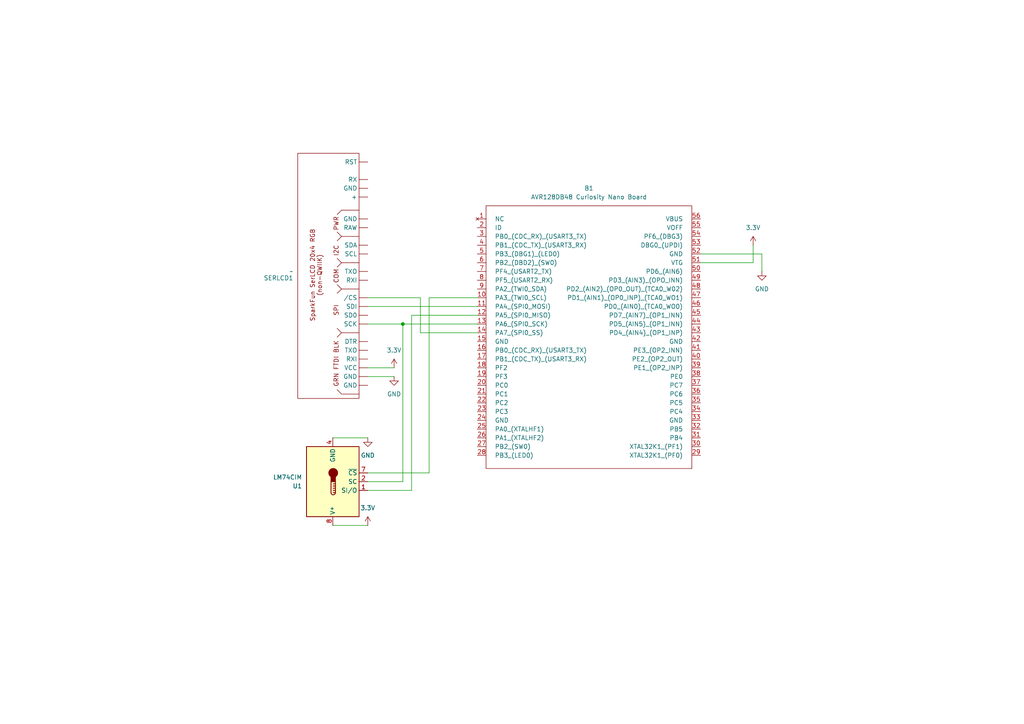
<source format=kicad_sch>
(kicad_sch (version 20231120) (generator "eeschema") (generator_version "8.0")
  (paper "A4")
  (title_block (title "ESE381-Lab05") (company "Stony Brook University") (comment 1 "Lab Section 02") (comment 2 "SBUID 114639231") (comment 3 "Mingi Hwang"))
  (lib_symbols
    (symbol "Curiosity_Nano:avr128db48_Curiosity_Nano" (pin_names (offset 2.54))
      (property "Reference" "B" (at -2.032 42.418 0))
      (property "Value" "AVR128DB48 Curiosity Nano Board" (at 1.27 39.116 0))
      (symbol "avr128db48_Curiosity_Nano_0_1"
        (rectangle (start -30.48 36.83) (end 29.21 -39.37))
        (rectangle (start 29.21 -39.37) (end 29.21 -39.37))
      )
      (symbol "avr128db48_Curiosity_Nano_1_1"
        (pin no_connect line (at -33.02 33.02 0) (length 2.54) (name "NC") (number "1"))
        (pin bidirectional line (at -33.02 10.16 0) (length 2.54) (name "PA3_(TWI0_SCL)") (number "10"))
        (pin bidirectional line (at -33.02 7.62 0) (length 2.54) (name "PA4_(SPI0_MOSI)") (number "11"))
        (pin bidirectional line (at -33.02 5.08 0) (length 2.54) (name "PA5_(SPI0_MISO)") (number "12"))
        (pin bidirectional line (at -33.02 2.54 0) (length 2.54) (name "PA6_(SPI0_SCK)") (number "13"))
        (pin bidirectional line (at -33.02 0 0) (length 2.54) (name "PA7_(SPI0_SS)") (number "14"))
        (pin input line (at -33.02 -2.54 0) (length 2.54) (name "GND") (number "15"))
        (pin bidirectional line (at -33.02 -5.08 0) (length 2.54) (name "PB0_(CDC_RX)_(USART3_TX)") (number "16"))
        (pin bidirectional line (at -33.02 -7.62 0) (length 2.54) (name "PB1_(CDC_TX)_(USART3_RX)") (number "17"))
        (pin bidirectional line (at -33.02 -10.16 0) (length 2.54) (name "PF2") (number "18"))
        (pin bidirectional line (at -33.02 -12.7 0) (length 2.54) (name "PF3") (number "19"))
        (pin bidirectional line (at -33.02 30.48 0) (length 2.54) (name "ID") (number "2"))
        (pin bidirectional line (at -33.02 -15.24 0) (length 2.54) (name "PC0") (number "20"))
        (pin bidirectional line (at -33.02 -17.78 0) (length 2.54) (name "PC1") (number "21"))
        (pin bidirectional line (at -33.02 -20.32 0) (length 2.54) (name "PC2") (number "22"))
        (pin bidirectional line (at -33.02 -22.86 0) (length 2.54) (name "PC3") (number "23"))
        (pin input line (at -33.02 -25.4 0) (length 2.54) (name "GND") (number "24"))
        (pin input line (at -33.02 -27.94 0) (length 2.54) (name "PA0_(XTALHF1)") (number "25"))
        (pin input line (at -33.02 -30.48 0) (length 2.54) (name "PA1_(XTALHF2)") (number "26"))
        (pin bidirectional line (at -33.02 -33.02 0) (length 2.54) (name "PB2_(SW0)") (number "27"))
        (pin bidirectional line (at -33.02 -35.56 0) (length 2.54) (name "PB3_(LED0)") (number "28"))
        (pin bidirectional line (at 31.75 -35.56 180) (length 2.54) (name "XTAL32K1_(PF0)") (number "29"))
        (pin bidirectional line (at -33.02 27.94 0) (length 2.54) (name "PB0_(CDC_RX)_(USART3_TX)") (number "3"))
        (pin bidirectional line (at 31.75 -33.02 180) (length 2.54) (name "XTAL32K1_(PF1)") (number "30"))
        (pin bidirectional line (at 31.75 -30.48 180) (length 2.54) (name "PB4") (number "31"))
        (pin bidirectional line (at 31.75 -27.94 180) (length 2.54) (name "PB5") (number "32"))
        (pin input line (at 31.75 -25.4 180) (length 2.54) (name "GND") (number "33"))
        (pin bidirectional line (at 31.75 -22.86 180) (length 2.54) (name "PC4") (number "34"))
        (pin bidirectional line (at 31.75 -20.32 180) (length 2.54) (name "PC5") (number "35"))
        (pin bidirectional line (at 31.75 -17.78 180) (length 2.54) (name "PC6") (number "36"))
        (pin bidirectional line (at 31.75 -15.24 180) (length 2.54) (name "PC7") (number "37"))
        (pin bidirectional line (at 31.75 -12.7 180) (length 2.54) (name "PE0") (number "38"))
        (pin bidirectional line (at 31.75 -10.16 180) (length 2.54) (name "PE1_(OP2_INP)") (number "39"))
        (pin bidirectional line (at -33.02 25.4 0) (length 2.54) (name "PB1_(CDC_TX)_(USART3_RX)") (number "4"))
        (pin bidirectional line (at 31.75 -7.62 180) (length 2.54) (name "PE2_(OP2_OUT)") (number "40"))
        (pin bidirectional line (at 31.75 -5.08 180) (length 2.54) (name "PE3_(OP2_INN)") (number "41"))
        (pin input line (at 31.75 -2.54 180) (length 2.54) (name "GND") (number "42"))
        (pin bidirectional line (at 31.75 0 180) (length 2.54) (name "PD4_(AIN4)_(OP1_INP)") (number "43"))
        (pin bidirectional line (at 31.75 2.54 180) (length 2.54) (name "PD5_(AIN5)_(OP1_INN)") (number "44"))
        (pin bidirectional line (at 31.75 5.08 180) (length 2.54) (name "PD7_(AIN7)_(OP1_INN)") (number "45"))
        (pin bidirectional line (at 31.75 7.62 180) (length 2.54) (name "PD0_(AIN0)_(TCA0_WO0)") (number "46"))
        (pin bidirectional line (at 31.75 10.16 180) (length 2.54) (name "PD1_(AIN1)_(OP0_INP)_(TCA0_WO1)") (number "47"))
        (pin bidirectional line (at 31.75 12.7 180) (length 2.54) (name "PD2_(AIN2)_(OP0_OUT)_(TCA0_W02)") (number "48"))
        (pin bidirectional line (at 31.75 15.24 180) (length 2.54) (name "PD3_(AIN3)_(OPO_INN)") (number "49"))
        (pin bidirectional line (at -33.02 22.86 0) (length 2.54) (name "PB3_(DBG1)_(LED0)") (number "5"))
        (pin bidirectional line (at 31.75 17.78 180) (length 2.54) (name "PD6_(AIN6)") (number "50"))
        (pin power_out line (at 31.75 20.32 180) (length 2.54) (name "VTG") (number "51"))
        (pin input line (at 31.75 22.86 180) (length 2.54) (name "GND") (number "52"))
        (pin bidirectional line (at 31.75 25.4 180) (length 2.54) (name "DBG0_(UPDI)") (number "53"))
        (pin bidirectional line (at 31.75 27.94 180) (length 2.54) (name "PF6_(DBG3)") (number "54"))
        (pin input line (at 31.75 30.48 180) (length 2.54) (name "VOFF") (number "55"))
        (pin power_out line (at 31.75 33.02 180) (length 2.54) (name "VBUS") (number "56"))
        (pin bidirectional line (at -33.02 20.32 0) (length 2.54) (name "PB2_(DBD2)_(SW0)") (number "6"))
        (pin bidirectional line (at -33.02 17.78 0) (length 2.54) (name "PF4_(USART2_TX)") (number "7"))
        (pin bidirectional line (at -33.02 15.24 0) (length 2.54) (name "PF5_(USART2_RX)") (number "8"))
        (pin bidirectional line (at -33.02 12.7 0) (length 2.54) (name "PA2_(TWI0_SDA)") (number "9"))
      )
    )
    (symbol "Sensor_Temperature:LM74CIM"
      (property "Reference" "U" (at 4.572 13.462 0))
      (property "Value" "LM74CIM" (at 3.556 11.176 0))
      (symbol "LM74CIM_0_1"
        (rectangle (start -7.62 10.16) (end 7.62 -10.16) (stroke (width 0.254)) (fill (type background)))
        (circle (center -0.127 -2.54) (radius 1.27) (stroke (width 0.254)) (fill (type outline)))
        (polyline (pts (xy -0.762 0.635) (xy -0.127 0.635)) (stroke (width 0.254)))
        (polyline (pts (xy -0.762 1.27) (xy -0.127 1.27)) (stroke (width 0.254)))
        (polyline (pts (xy -0.762 1.905) (xy -0.127 1.905)) (stroke (width 0.254)))
        (polyline (pts (xy -0.762 2.54) (xy -0.127 2.54)) (stroke (width 0.254)))
        (polyline (pts (xy -0.762 3.175) (xy -0.762 0)) (stroke (width 0.254)))
        (polyline (pts (xy -0.762 3.175) (xy -0.127 3.175)) (stroke (width 0.254)))
        (polyline (pts (xy 0.508 3.175) (xy 0.508 0)) (stroke (width 0.254)))
        (rectangle (start 0.508 -1.905) (end -0.762 0) (stroke (width 0.254)) (fill (type outline)))
        (arc (start 0.508 3.175) (mid -0.127 3.8073) (end -0.762 3.175) (stroke (width 0.254)))
      )
      (symbol "LM74CIM_1_1"
        (pin bidirectional line (at -10.16 2.54 0) (length 2.54) (name "SI/O") (number "1"))
        (pin input line (at -10.16 0 0) (length 2.54) (name "SC") (number "2"))
        (pin no_connect line (at 7.62 2.54 180) (length 2.54) hide (name "NC") (number "3"))
        (pin power_in line (at 0 -12.7 90) (length 2.54) (name "GND") (number "4"))
        (pin no_connect line (at 7.62 0 180) (length 2.54) hide (name "NC") (number "5"))
        (pin no_connect line (at 7.62 -2.54 180) (length 2.54) hide (name "NC") (number "6"))
        (pin input line (at -10.16 -2.54 0) (length 2.54) (name "~{CS}") (number "7"))
        (pin power_in line (at 0 12.7 270) (length 2.54) (name "V^{+}") (number "8"))
      )
    )
    (symbol "SparkFun_SerLCD_RGB_4x20:SerLCD-RGB-4x20"
      (property "Reference" "SERLCD1" (at 0.254 7.62 0))
      (symbol "SerLCD-RGB-4x20_1_1"
        (rectangle (start -35.56 5.08) (end 35.56 -12.7))
        (polyline (pts (xy -16.51 -7.62) (xy -17.78 -6.35)))
        (polyline (pts (xy -3.81 -7.62) (xy -5.08 -6.35)))
        (polyline (pts (xy 3.81 -7.62) (xy 2.54 -6.35)))
        (polyline (pts (xy 11.43 -7.62) (xy 10.16 -6.35)))
        (polyline (pts (xy 19.05 -7.62) (xy 17.78 -6.35)))
        (polyline (pts (xy 19.05 -7.62) (xy 19.05 -12.7)))
        (polyline (pts (xy -34.29 -12.7) (xy -34.29 -7.62) (xy -33.02 -6.35)))
        (polyline (pts (xy -15.24 -6.35) (xy -16.51 -7.62) (xy -16.51 -12.7)))
        (polyline (pts (xy -2.54 -6.35) (xy -3.81 -7.62) (xy -3.81 -12.7)))
        (polyline (pts (xy 5.08 -6.35) (xy 3.81 -7.62) (xy 3.81 -12.7)))
        (polyline (pts (xy 12.7 -6.35) (xy 11.43 -7.62) (xy 11.43 -12.7)))
        (text "COM" (at 0 -6.096 0) (effects (font (size 1.27 1.27))))
        (text "GRN FTDI BLK" (at -25.4 -6.096 0) (effects (font (size 1.27 1.27))))
        (text "I2C" (at 7.366 -6.096 0) (effects (font (size 1.27 1.27))))
        (text "PWR" (at 15.24 -6.096 0) (effects (font (size 1.27 1.27))))
        (text "SparkFun SerLCD 20x4 RGB\n(non-QWIIK)" (at 0.254 -0.254 0) (effects (font (size 1.27 1.27))))
        (text "SPI" (at -9.906 -6.096 0) (effects (font (size 1.27 1.27))))
        (pin power_in line (at 22.86 -15.24 90) (length 2.54) (name "+") (number ""))
        (pin input line (at -6.35 -15.24 90) (length 2.54) (name "/CS") (number ""))
        (pin input line (at -19.05 -15.24 90) (length 2.54) (name "DTR") (number ""))
        (pin power_in line (at -31.75 -15.24 90) (length 2.54) (name "GND") (number ""))
        (pin power_in line (at -29.21 -15.24 90) (length 2.54) (name "GND") (number ""))
        (pin power_in line (at 16.51 -15.24 90) (length 2.54) (name "GND") (number ""))
        (pin power_in line (at 25.4 -15.24 90) (length 2.54) (name "GND") (number ""))
        (pin power_in line (at 13.97 -15.24 90) (length 2.54) (name "RAW") (number ""))
        (pin input line (at 33.02 -15.24 90) (length 2.54) (name "RST") (number ""))
        (pin input line (at 27.94 -15.24 90) (length 2.54) (name "RX") (number ""))
        (pin input line (at -24.13 -15.24 90) (length 2.54) (name "RXI") (number ""))
        (pin input line (at -1.27 -15.24 90) (length 2.54) (name "RXI") (number ""))
        (pin input line (at -13.97 -15.24 90) (length 2.54) (name "SCK") (number ""))
        (pin input line (at 6.35 -15.24 90) (length 2.54) (name "SCL") (number ""))
        (pin output line (at -11.43 -15.24 90) (length 2.54) (name "SD0") (number ""))
        (pin input line (at 8.89 -15.24 90) (length 2.54) (name "SDA") (number ""))
        (pin input line (at -8.89 -15.24 90) (length 2.54) (name "SDI") (number ""))
        (pin output line (at -21.59 -15.24 90) (length 2.54) (name "TXO") (number ""))
        (pin output line (at 1.27 -15.24 90) (length 2.54) (name "TXO") (number ""))
        (pin power_in line (at -26.67 -15.24 90) (length 2.54) (name "VCC") (number ""))
      )
    )
    (symbol "power:GND" (power) (pin_numbers hide) (pin_names (offset 0) hide)
      (property "Value" "GND" (at 0 -3.81 0))
      (symbol "GND_0_1"
        (polyline (pts (xy 0 0) (xy 0 -1.27) (xy 1.27 -1.27) (xy 0 -2.54) (xy -1.27 -1.27) (xy 0 -1.27)))
      )
      (symbol "GND_1_1"
        (pin power_in line (at 0 0 270) (length 0) (name "~") (number "1"))
      )
    )
    (symbol "power:VCC" (power) (pin_numbers hide) (pin_names (offset 0) hide)
      (property "Value" "VCC" (at 0 3.556 0))
      (symbol "VCC_0_1"
        (polyline (pts (xy -0.762 1.27) (xy 0 2.54)))
        (polyline (pts (xy 0 0) (xy 0 2.54)))
        (polyline (pts (xy 0 2.54) (xy 0.762 1.27)))
      )
      (symbol "VCC_1_1"
        (pin power_in line (at 0 0 90) (length 0) (name "~") (number "1"))
      )
    )
  )
  (junction (at 116.84 93.98))
  (wire (pts (xy 138.43 96.52) (xy 121.92 96.52)))
  (wire (pts (xy 96.52 152.4) (xy 106.68 152.4)))
  (wire (pts (xy 124.46 137.16) (xy 124.46 86.36)))
  (wire (pts (xy 119.38 91.44) (xy 119.38 142.24)))
  (wire (pts (xy 106.68 93.98) (xy 116.84 93.98)))
  (wire (pts (xy 121.92 96.52) (xy 121.92 86.36)))
  (wire (pts (xy 138.43 91.44) (xy 119.38 91.44)))
  (wire (pts (xy 116.84 93.98) (xy 138.43 93.98)))
  (wire (pts (xy 220.98 73.66) (xy 220.98 78.74)))
  (wire (pts (xy 106.68 137.16) (xy 124.46 137.16)))
  (wire (pts (xy 106.68 88.9) (xy 138.43 88.9)))
  (wire (pts (xy 106.68 139.7) (xy 116.84 139.7)))
  (wire (pts (xy 218.44 71.12) (xy 218.44 76.2)))
  (wire (pts (xy 106.68 106.68) (xy 114.3 106.68)))
  (wire (pts (xy 203.2 76.2) (xy 218.44 76.2)))
  (wire (pts (xy 121.92 86.36) (xy 106.68 86.36)))
  (wire (pts (xy 106.68 109.22) (xy 114.3 109.22)))
  (wire (pts (xy 124.46 86.36) (xy 138.43 86.36)))
  (wire (pts (xy 96.52 127) (xy 106.68 127)))
  (wire (pts (xy 203.2 73.66) (xy 220.98 73.66)))
  (wire (pts (xy 116.84 139.7) (xy 116.84 93.98)))
  (wire (pts (xy 119.38 142.24) (xy 106.68 142.24)))
  (symbol (lib_id "power:GND") (at 106.68 127 0) (unit 1)
    (property "Reference" "#PWR05" (effects (hide yes)))
    (property "Value" "GND" (at 106.68 132.08 0))
    (property "Description" "Power symbol creates a global label with name \"GND\" , ground" (effects (hide yes)))
  )
  (symbol (lib_id "power:VCC") (at 106.68 152.4 0) (unit 1)
    (property "Reference" "#PWR06" (effects (hide yes)))
    (property "Value" "3.3V" (at 106.68 147.32 0))
    (property "Description" "Power symbol creates a global label with name \"VCC\"" (effects (hide yes)))
  )
  (symbol (lib_id "Curiosity_Nano:avr128db48_Curiosity_Nano") (at 171.45 96.52 0) (unit 1)
    (property "Reference" "B1" (at 170.815 54.61 0))
    (property "Value" "AVR128DB48 Curiosity Nano Board" (at 170.815 57.15 0))
  )
  (symbol (lib_id "power:VCC") (at 218.44 71.12 0) (unit 1)
    (property "Reference" "#PWR01" (effects (hide yes)))
    (property "Value" "3.3V" (at 218.44 66.04 0))
    (property "Description" "Power symbol creates a global label with name \"VCC\"" (effects (hide yes)))
  )
  (symbol (lib_id "Sensor_Temperature:LM74CIM") (at 96.52 139.7 180) (unit 1)
    (property "Reference" "U1" (at 87.63 140.9701 0) (effects (justify left)))
    (property "Value" "LM74CIM" (at 87.63 138.4301 0) (effects (justify left)))
    (property "Footprint" "Package_SO:SOIC-8_3.9x4.9mm_P1.27mm" (effects (hide yes)))
    (property "Datasheet" "https://www.ti.com/lit/ds/symlink/lm74.pdf" (effects (hide yes)))
    (property "Description" "12-Bit plus sign digital temperature sensor with SPI/Microwire, SOIC-8" (effects (hide yes)))
  )
  (symbol (lib_id "SparkFun_SerLCD_RGB_4x20:SerLCD-RGB-4x20") (at 91.44 80.01 90) (unit 1)
    (property "Reference" "SERLCD1" (at 85.09 80.6451 90) (effects (justify left)))
    (property "Value" "~" (at 85.09 78.74 90) (effects (justify left)))
  )
  (symbol (lib_id "power:VCC") (at 114.3 106.68 0) (unit 1)
    (property "Reference" "#PWR04" (effects (hide yes)))
    (property "Value" "3.3V" (at 114.3 101.6 0))
    (property "Description" "Power symbol creates a global label with name \"VCC\"" (effects (hide yes)))
  )
  (symbol (lib_id "power:GND") (at 114.3 109.22 0) (unit 1)
    (property "Reference" "#PWR03" (effects (hide yes)))
    (property "Value" "GND" (at 114.3 114.3 0))
    (property "Description" "Power symbol creates a global label with name \"GND\" , ground" (effects (hide yes)))
  )
  (symbol (lib_id "power:GND") (at 220.98 78.74 0) (unit 1)
    (property "Reference" "#PWR02" (effects (hide yes)))
    (property "Value" "GND" (at 220.98 83.82 0))
    (property "Description" "Power symbol creates a global label with name \"GND\" , ground" (effects (hide yes)))
  )
)
</source>
